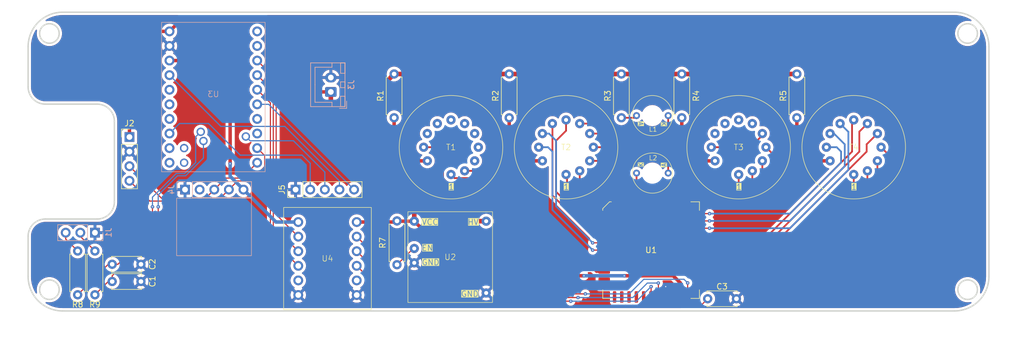
<source format=kicad_pcb>
(kicad_pcb (version 20241229) (generator "pcbnew") (generator_version "9.0")
  (title_block (title "IN-2 Nixie Clock") (company "StrangePlanet"))
  (layers (0 "F.Cu" signal) (2 "B.Cu" signal) (13 "F.Paste" user) (15 "B.Paste" user) (5 "F.SilkS" user "F.Silkscreen") (7 "B.SilkS" user "B.Silkscreen") (1 "F.Mask" user) (3 "B.Mask" user) (25 "Edge.Cuts" user))
  (net 0 "")
  (net 1 "/ROT_B")
  (net 2 "GND")
  (net 3 "/ROT_A")
  (net 4 "+5V")
  (net 5 "Net-(J1-Pin_2)")
  (net 6 "/SDA")
  (net 7 "/SCL")
  (net 8 "+3.3V")
  (net 9 "/BTN_4")
  (net 10 "/BTN_3")
  (net 11 "/BTN_1")
  (net 12 "/BTN_2")
  (net 13 "Net-(L1-A)")
  (net 14 "Net-(T1-A)")
  (net 15 "Net-(U2-HV)")
  (net 16 "Net-(T2-A)")
  (net 17 "Net-(T3-A)")
  (net 18 "Net-(T4-A)")
  (net 19 "Net-(U2-EN)")
  (net 31 "/NIXIE_DIN")
  (net 32 "/NIXIE_EN")
  (net 33 "/NIXIE_CLK")
  (net 45 "Net-(J1-Pin_3)")
  (net 55 "Net-(T4-K1)")
  (net 56 "Net-(T4-K3)")
  (net 57 "Net-(T4-K2)")
  (net 58 "Net-(T4-K4)")
  (net 59 "Net-(T4-K6)")
  (net 60 "Net-(T4-K5)")
  (net 61 "Net-(T4-K7)")
  (net 62 "Net-(T4-K8)")
  (net 63 "Net-(T4-K9)")
  (net 64 "Net-(T4-K0)")
  (net 65 "Net-(T3-K2)")
  (net 66 "Net-(T3-K3)")
  (net 67 "Net-(T3-K4)")
  (net 68 "Net-(T3-K0)")
  (net 69 "Net-(T3-K1)")
  (net 70 "Net-(T3-K5)")
  (net 71 "Net-(L2-K)")
  (net 72 "Net-(T2-K1)")
  (net 73 "Net-(T2-K6)")
  (net 74 "Net-(T2-K4)")
  (net 75 "Net-(T2-K2)")
  (net 76 "Net-(T2-K5)")
  (net 77 "Net-(T2-K3)")
  (net 78 "Net-(T2-K0)")
  (net 79 "Net-(T2-K8)")
  (net 80 "Net-(T2-K7)")
  (net 81 "Net-(T2-K9)")
  (net 82 "Net-(T1-K2)")
  (net 83 "Net-(T1-K1)")
  (net 84 "Net-(T1-K0)")
  (net 85 "Net-(L1-K)")
  (net 86 "Net-(U3-GPIO0)")
  (net 87 "Net-(U3-GPIO2)")
  (net 88 "Net-(U3-GPIO1)")
  (footprint "in-2-nixie:IN-2 Nixie Tube (w. pins)" (layer "F.Cu") (at 212.385001 71.625)
    (property "Reference" "T4")
    (property "Value" "IN-2")
  )
  (footprint "in-2-nixie:INS-1 Nixie Tube" (layer "F.Cu") (at 177.385001 66.125 -90)
    (property "Reference" "L1")
    (property "Value" "INS-1" (hide yes))
  )
  (footprint "Resistor_THT:R_Axial_DIN0207_L6.3mm_D2.5mm_P7.62mm_Horizontal" (layer "F.Cu") (at 77.5 97.31 90)
    (property "Reference" "R8")
    (property "Value" "20k")
  )
  (footprint "Resistor_THT:R_Axial_DIN0207_L6.3mm_D2.5mm_P7.62mm_Horizontal" (layer "F.Cu") (at 132.5 66.5 90)
    (property "Reference" "R1")
    (property "Value" "R")
  )
  (footprint "Resistor_THT:R_Axial_DIN0207_L6.3mm_D2.5mm_P7.62mm_Horizontal" (layer "F.Cu") (at 133 84.455 -90)
    (property "Reference" "R7")
    (property "Value" "10k")
  )
  (footprint "in-2-nixie:INS-1 Nixie Tube" (layer "F.Cu") (at 177.385001 76.125 90)
    (property "Reference" "L2")
    (property "Value" "INS-1")
  )
  (footprint "Resistor_THT:R_Axial_DIN0207_L6.3mm_D2.5mm_P7.62mm_Horizontal" (layer "F.Cu") (at 172 66.5 90)
    (property "Reference" "R3")
    (property "Value" "R")
  )
  (footprint "in-2-nixie:IN-2 Nixie Tube (w. pins)" (layer "F.Cu") (at 142.385001 71.625)
    (property "Reference" "T1")
    (property "Value" "IN-2")
  )
  (footprint "in-2-nixie:Adafruit Level Shifter" (layer "F.Cu") (at 120.92 91)
    (property "Reference" "U4")
    (property "Value" "Level Shifter")
  )
  (footprint "in-2-nixie:Neonwork Nixie Power Supply" (layer "F.Cu") (at 142.25 90.75)
    (property "Reference" "U2")
    (property "Value" "Nixie HVPS")
  )
  (footprint "Resistor_THT:R_Axial_DIN0207_L6.3mm_D2.5mm_P7.62mm_Horizontal" (layer "F.Cu") (at 152.5 66.5 90)
    (property "Reference" "R2")
    (property "Value" "R")
  )
  (footprint "Capacitor_THT:C_Disc_D5.0mm_W2.5mm_P5.00mm" (layer "F.Cu") (at 83.5 92)
    (property "Reference" "C2")
    (property "Value" "10n")
  )
  (footprint "Capacitor_THT:C_Disc_D5.0mm_W2.5mm_P5.00mm" (layer "F.Cu") (at 187 98)
    (property "Reference" "C3")
    (property "Value" "100n")
  )
  (footprint "in-2-nixie:PLCC-44 LongPads" (layer "F.Cu") (at 177.165 89.535)
    (property "Reference" "U1")
    (property "Value" "HV5222PJ")
  )
  (footprint "Resistor_THT:R_Axial_DIN0207_L6.3mm_D2.5mm_P7.62mm_Horizontal" (layer "F.Cu") (at 80.5 97.31 90)
    (property "Reference" "R9")
    (property "Value" "20k")
  )
  (footprint "Resistor_THT:R_Axial_DIN0207_L6.3mm_D2.5mm_P7.62mm_Horizontal" (layer "F.Cu") (at 182.5 66.5 90)
    (property "Reference" "R4")
    (property "Value" "R")
  )
  (footprint "in-2-nixie:IN-2 Nixie Tube (w. pins)" (layer "F.Cu") (at 192.385001 71.625)
    (property "Reference" "T3")
    (property "Value" "IN-2")
  )
  (footprint "Resistor_THT:R_Axial_DIN0207_L6.3mm_D2.5mm_P7.62mm_Horizontal" (layer "F.Cu") (at 202.5 66.5 90)
    (property "Reference" "R5")
    (property "Value" "R")
  )
  (footprint "Connector_PinHeader_2.54mm:PinHeader_1x04_P2.54mm_Vertical" (layer "F.Cu") (at 86.5 69.85)
    (property "Reference" "J2")
    (property "Value" "Matrix")
  )
  (footprint "Capacitor_THT:C_Disc_D5.0mm_W2.5mm_P5.00mm" (layer "F.Cu") (at 83.5 95)
    (property "Reference" "C1")
    (property "Value" "10n")
  )
  (footprint "Connector_PinHeader_2.54mm:PinHeader_1x05_P2.54mm_Vertical" (layer "F.Cu") (at 115.38 79 90)
    (property "Reference" "J5")
    (property "Value" "Buttons")
  )
  (footprint "in-2-nixie:IN-2 Nixie Tube (w. pins)" (layer "F.Cu") (at 162.385001 71.625)
    (property "Reference" "T2")
    (property "Value" "IN-2")
  )
  (footprint "in-2-nixie:ESP32-C6 SuperMini" (layer "B.Cu") (at 101.08 62.89 180)
    (property "Reference" "U3")
    (property "Value" "ESP32-C6")
  )
  (footprint "Connector_JST:JST_XH_B2B-XH-A_1x02_P2.50mm_Vertical" (layer "B.Cu") (at 121.5 62 90)
    (property "Reference" "J3")
    (property "Value" "Power")
  )
  (footprint "Connector_PinHeader_2.54mm:PinHeader_1x05_P2.54mm_Vertical" (layer "B.Cu") (at 96.16 79 -90)
    (property "Reference" "J4")
    (property "Value" "DS3231")
  )
  (footprint "Connector_PinHeader_2.54mm:PinHeader_1x03_P2.54mm_Vertical" (layer "B.Cu") (at 80.5 86.5 90)
    (property "Reference" "J1")
    (property "Value" "Encoder")
  )
  (gr_rect (start 94.7 80.5) (end 107.7 90.5) (stroke (width 0.1)) (fill no) (layer "B.SilkS"))
  (gr_circle (center 72.585001 51.825) (end 74.285001 51.825) (stroke (width 0.25)) (fill no) (layer "Edge.Cuts"))
  (gr_arc (start 68.885001 87.125001) (mid 69.763681 85.00368) (end 71.885002 84.125) (stroke (width 0.25)) (layer "Edge.Cuts"))
  (gr_line (start 68.885001 54.124999) (end 68.885001 61.124999) (stroke (width 0.25)) (layer "Edge.Cuts"))
  (gr_line (start 235.885001 94.125) (end 235.885001 54.125) (stroke (width 0.25)) (layer "Edge.Cuts"))
  (gr_arc (start 80.885 64.125) (mid 83.006321 65.00368) (end 83.885001 67.125002) (stroke (width 0.25)) (layer "Edge.Cuts"))
  (gr_arc (start 235.885001 94.125) (mid 234.127642 98.367641) (end 229.885001 100.125) (stroke (width 0.25)) (layer "Edge.Cuts"))
  (gr_circle (center 232.185001 96.425) (end 233.885001 96.425) (stroke (width 0.25)) (fill no) (layer "Edge.Cuts"))
  (gr_line (start 83.885001 67.125002) (end 83.885001 81.124999) (stroke (width 0.25)) (layer "Edge.Cuts"))
  (gr_circle (center 72.585001 96.425) (end 74.285001 96.425) (stroke (width 0.25)) (fill no) (layer "Edge.Cuts"))
  (gr_line (start 80.885 84.125) (end 71.885002 84.125) (stroke (width 0.25)) (layer "Edge.Cuts"))
  (gr_line (start 68.885001 87.125001) (end 68.885001 94.125001) (stroke (width 0.25)) (layer "Edge.Cuts"))
  (gr_arc (start 83.885001 81.124999) (mid 83.006321 83.246321) (end 80.885 84.125) (stroke (width 0.25)) (layer "Edge.Cuts"))
  (gr_arc (start 71.885002 64.125) (mid 69.76368 63.246321) (end 68.885001 61.124999) (stroke (width 0.25)) (layer "Edge.Cuts"))
  (gr_circle (center 232.185001 51.825) (end 233.885001 51.825) (stroke (width 0.25)) (fill no) (layer "Edge.Cuts"))
  (gr_arc (start 74.885 100.125) (mid 70.64236 98.367641) (end 68.885001 94.125001) (stroke (width 0.25)) (layer "Edge.Cuts"))
  (gr_line (start 74.885 100.125) (end 229.885001 100.125) (stroke (width 0.25)) (layer "Edge.Cuts"))
  (gr_line (start 229.885001 48.125) (end 74.885 48.125) (stroke (width 0.25)) (layer "Edge.Cuts"))
  (gr_arc (start 68.885001 54.124999) (mid 70.64236 49.88236) (end 74.885 48.125) (stroke (width 0.25)) (layer "Edge.Cuts"))
  (gr_arc (start 229.885001 48.125) (mid 234.127641 49.88236) (end 235.885001 54.125) (stroke (width 0.25)) (layer "Edge.Cuts"))
  (gr_line (start 71.885002 64.125) (end 80.885 64.125) (stroke (width 0.25)) (layer "Edge.Cuts"))
  (segment (start 80.5 97.31) (end 82.81 95) (width 0.2) (layer "F.Cu") (net 1))
  (segment (start 82.81 95) (end 83.5 95) (width 0.2) (layer "F.Cu") (net 1))
  (segment (start 91.5 82) (end 91.5 86) (width 0.2) (layer "F.Cu") (net 1))
  (segment (start 83.5 94) (end 83.5 95) (width 0.2) (layer "F.Cu") (net 1))
  (segment (start 91.5 86) (end 83.5 94) (width 0.2) (layer "F.Cu") (net 1))
  (via (at 91.5 82) (size 0.6) (drill 0.2) (layers "F.Cu" "B.Cu") (net 1))
  (segment (start 91.5 79.95) (end 91.5 82) (width 0.2) (layer "B.Cu") (net 1))
  (segment (start 96.257 76.601) (end 94.849 76.601) (width 0.2) (layer "B.Cu") (net 1))
  (segment (start 99.36 73.498) (end 96.257 76.601) (width 0.2) (layer "B.Cu") (net 1))
  (segment (start 94.849 76.601) (end 91.5 79.95) (width 0.2) (layer "B.Cu") (net 1))
  (segment (start 99.36 70.54) (end 99.36 73.498) (width 0.2) (layer "B.Cu") (net 1))
  (segment (start 179.685 95.905) (end 179.705 95.885) (width 0.8) (layer "F.Cu") (net 2))
  (segment (start 179.685 97.685) (end 179.685 95.905) (width 0.6) (layer "F.Cu") (net 2))
  (via (at 179.705 95.885) (size 0.6) (drill 0.2) (layers "F.Cu" "B.Cu") (net 2))
  (segment (start 77.5 97.31) (end 82.81 92) (width 0.2) (layer "F.Cu") (net 3))
  (segment (start 84.5 92) (end 83.5 92) (width 0.2) (layer "F.Cu") (net 3))
  (segment (start 90.5 86) (end 84.5 92) (width 0.2) (layer "F.Cu") (net 3))
  (segment (start 82.81 92) (end 83.5 92) (width 0.2) (layer "F.Cu") (net 3))
  (segment (start 90.5 82) (end 90.5 86) (width 0.2) (layer "F.Cu") (net 3))
  (via (at 90.5 82) (size 0.6) (drill 0.2) (layers "F.Cu" "B.Cu") (net 3))
  (segment (start 98.89 68.94) (end 98 69.83) (width 0.2) (layer "B.Cu") (net 3))
  (segment (start 90.5 80.315) (end 90.5 82) (width 0.2) (layer "B.Cu") (net 3))
  (segment (start 98 69.83) (end 98 74.2909) (width 0.2) (layer "B.Cu") (net 3))
  (segment (start 94.615 76.2) (end 90.5 80.315) (width 0.2) (layer "B.Cu") (net 3))
  (segment (start 98 74.2909) (end 96.0909 76.2) (width 0.2) (layer "B.Cu") (net 3))
  (segment (start 96.0909 76.2) (end 94.615 76.2) (width 0.2) (layer "B.Cu") (net 3))
  (segment (start 95.42 49.5) (end 110 49.5) (width 0.6) (layer "F.Cu") (net 4))
  (segment (start 121.5 68) (end 136 82.5) (width 0.8) (layer "F.Cu") (net 4))
  (segment (start 182.225 95.225) (end 182.225 97.685) (width 0.6) (layer "F.Cu") (net 4))
  (segment (start 121.5 62) (end 121.5 68) (width 0.8) (layer "F.Cu") (net 4))
  (segment (start 113 52.5) (end 113 58.5) (width 0.6) (layer "F.Cu") (net 4))
  (segment (start 138 86.5) (end 136 84.5) (width 0.6) (layer "F.Cu") (net 4))
  (segment (start 116.5 62) (end 121.5 62) (width 0.6) (layer "F.Cu") (net 4))
  (segment (start 186 99) (end 182.860001 99) (width 0.2) (layer "F.Cu") (net 4))
  (segment (start 91.54 51.46) (end 93.46 51.46) (width 0.6) (layer "F.Cu") (net 4))
  (segment (start 165.5 94) (end 155.5 94) (width 0.6) (layer "F.Cu") (net 4))
  (segment (start 182.860001 99) (end 182.245 98.384999) (width 0.2) (layer "F.Cu") (net 4))
  (segment (start 155.5 94) (end 148 86.5) (width 0.6) (layer "F.Cu") (net 4))
  (segment (start 93.46 51.46) (end 95.42 49.5) (width 0.6) (layer "F.Cu") (net 4))
  (segment (start 136 84.5) (end 133.045 84.5) (width 0.6) (layer "F.Cu") (net 4))
  (segment (start 133.045 84.5) (end 133 84.455) (width 0.6) (layer "F.Cu") (net 4))
  (segment (start 136 82.5) (end 136 84.5) (width 0.8) (layer "F.Cu") (net 4))
  (segment (start 172.5 94) (end 181 94) (width 0.6) (layer "F.Cu") (net 4))
  (segment (start 182.245 97.535) (end 180.975 97.535) (width 0.6) (layer "F.Cu") (net 4))
  (segment (start 132.805 84.65) (end 126 84.65) (width 0.6) (layer "F.Cu") (net 4))
  (segment (start 181 94) (end 182.225 95.225) (width 0.6) (layer "F.Cu") (net 4))
  (segment (start 86.5 69.85) (end 86.5 56.5) (width 0.6) (layer "F.Cu") (net 4))
  (segment (start 148 86.5) (end 138 86.5) (width 0.6) (layer "F.Cu") (net 4))
  (segment (start 182.245 98.384999) (end 182.245 97.535) (width 0.2) (layer "F.Cu") (net 4))
  (segment (start 133 84.455) (end 132.805 84.65) (width 0.6) (layer "F.Cu") (net 4))
  (segment (start 187 98) (end 186 99) (width 0.2) (layer "F.Cu") (net 4))
  (segment (start 86.5 56.5) (end 91.54 51.46) (width 0.6) (layer "F.Cu") (net 4))
  (segment (start 113 58.5) (end 116.5 62) (width 0.6) (layer "F.Cu") (net 4))
  (segment (start 110 49.5) (end 113 52.5) (width 0.6) (layer "F.Cu") (net 4))
  (via (at 172.5 94) (size 0.6) (drill 0.2) (layers "F.Cu" "B.Cu") (net 4))
  (via (at 165.5 94) (size 0.6) (drill 0.2) (layers "F.Cu" "B.Cu") (net 4))
  (segment (start 165.5 94) (end 172.5 94) (width 0.6) (layer "B.Cu") (net 4))
  (segment (start 80.5 89.69) (end 77.96 87.15) (width 0.2) (layer "F.Cu") (net 5))
  (segment (start 77.96 87.15) (end 77.96 86.5) (width 0.2) (layer "F.Cu") (net 5))
  (segment (start 86.5 77.47) (end 90.03 81) (width 0.2) (layer "F.Cu") (net 6))
  (segment (start 110 73.08) (end 108.7 71.78) (width 0.2) (layer "F.Cu") (net 6))
  (segment (start 86.39 77.5) (end 86.36 77.47) (width 0.2) (layer "F.Cu") (net 6))
  (segment (start 101.78 81) (end 103.78 79) (width 0.2) (layer "F.Cu") (net 6))
  (segment (start 103.78 79) (end 105.28 77.5) (width 0.2) (layer "F.Cu") (net 6))
  (segment (start 90.03 81) (end 101.78 81) (width 0.2) (layer "F.Cu") (net 6))
  (segment (start 107.5 77.5) (end 110 75) (width 0.2) (layer "F.Cu") (net 6))
  (segment (start 110 75) (end 110 73.08) (width 0.2) (layer "F.Cu") (net 6))
  (segment (start 105.28 77.5) (end 107.5 77.5) (width 0.2) (layer "F.Cu") (net 6))
  (segment (start 99.74 80.5) (end 101.24 79) (width 0.2) (layer "F.Cu") (net 7))
  (segment (start 92.07 80.5) (end 99.74 80.5) (width 0.2) (layer "F.Cu") (net 7))
  (segment (start 86.5 74.93) (end 92.07 80.5) (width 0.2) (layer "F.Cu") (net 7))
  (segment (start 101.24 79) (end 103.24 77) (width 0.2) (layer "F.Cu") (net 7))
  (segment (start 103.24 77) (end 106.02 77) (width 0.2) (layer "F.Cu") (net 7))
  (segment (start 106.02 77) (end 108.7 74.32) (width 0.2) (layer "F.Cu") (net 7))
  (segment (start 104 64.5) (end 96.04 56.54) (width 0.6) (layer "F.Cu") (net 8))
  (segment (start 104 74.5) (end 104 64.5) (width 0.6) (layer "F.Cu") (net 8))
  (segment (start 96.04 56.54) (end 93.46 56.54) (width 0.6) (layer "F.Cu") (net 8))
  (via (at 104 74.5) (size 0.6) (drill 0.2) (layers "F.Cu" "B.Cu") (net 8))
  (segment (start 106.32 79) (end 104 76.68) (width 0.6) (layer "B.Cu") (net 8))
  (segment (start 104 76.68) (end 104 74.5) (width 0.6) (layer "B.Cu") (net 8))
  (segment (start 115.84 84.65) (end 111.97 84.65) (width 0.6) (layer "B.Cu") (net 8))
  (segment (start 111.97 84.65) (end 106.32 79) (width 0.6) (layer "B.Cu") (net 8))
  (segment (start 93.46 69.24) (end 95.2 67.5) (width 0.2) (layer "B.Cu") (net 9))
  (segment (start 117.92 74.42) (end 117.92 79) (width 0.2) (layer "B.Cu") (net 9))
  (segment (start 105.75224 73) (end 116.5 73) (width 0.2) (layer "B.Cu") (net 9))
  (segment (start 95.2 67.5) (end 100.25224 67.5) (width 0.2) (layer "B.Cu") (net 9))
  (segment (start 116.5 73) (end 117.92 74.42) (width 0.2) (layer "B.Cu") (net 9))
  (segment (start 100.25224 67.5) (end 105.75224 73) (width 0.2) (layer "B.Cu") (net 9))
  (segment (start 120.46 75.96) (end 120.46 79) (width 0.2) (layer "B.Cu") (net 10))
  (segment (start 115 70.5) (end 120.46 75.96) (width 0.2) (layer "B.Cu") (net 10))
  (segment (start 106.73 69.76) (end 107.47 70.5) (width 0.2) (layer "B.Cu") (net 10))
  (segment (start 107.47 70.5) (end 115 70.5) (width 0.2) (layer "B.Cu") (net 10))
  (segment (start 110.7 64.16) (end 125.54 79) (width 0.2) (layer "B.Cu") (net 11))
  (segment (start 108.7 64.16) (end 110.7 64.16) (width 0.2) (layer "B.Cu") (net 11))
  (segment (start 102.38 68) (end 113.5 68) (width 0.2) (layer "B.Cu") (net 12))
  (segment (start 113.5 68) (end 123 77.5) (width 0.2) (layer "B.Cu") (net 12))
  (segment (start 93.46 59.08) (end 102.38 68) (width 0.2) (layer "B.Cu") (net 12))
  (segment (start 123 77.5) (end 123 79) (width 0.2) (layer "B.Cu") (net 12))
  (segment (start 172 66.5) (end 174.260001 66.5) (width 0.3) (layer "F.Cu") (net 13))
  (segment (start 174.260001 66.5) (end 174.635001 66.125) (width 0.3) (layer "F.Cu") (net 13))
  (segment (start 132.5 70.27) (end 132.5 66.5) (width 0.6) (layer "F.Cu") (net 14))
  (segment (start 136.23 74) (end 132.5 70.27) (width 0.6) (layer "F.Cu") (net 14))
  (segment (start 138.270001 74) (end 136.23 74) (width 0.6) (layer "F.Cu") (net 14))
  (segment (start 172 58.88) (end 152.5 58.88) (width 0.8) (layer "F.Cu") (net 15))
  (segment (start 182.5 58.88) (end 172 58.88) (width 0.8) (layer "F.Cu") (net 15))
  (segment (start 143.5 84.5) (end 130 71) (width 0.8) (layer "F.Cu") (net 15))
  (segment (start 130 61.38) (end 132.5 58.88) (width 0.8) (layer "F.Cu") (net 15))
  (segment (start 152.5 58.88) (end 132.5 58.88) (width 0.8) (layer "F.Cu") (net 15))
  (segment (start 130 71) (end 130 61.38) (width 0.8) (layer "F.Cu") (net 15))
  (segment (start 202.5 58.88) (end 182.5 58.88) (width 0.8) (layer "F.Cu") (net 15))
  (segment (start 148.5 84.5) (end 143.5 84.5) (width 0.8) (layer "F.Cu") (net 15))
  (segment (start 152.5 70.585) (end 152.5 66.5) (width 0.6) (layer "F.Cu") (net 16))
  (segment (start 158.270001 74) (end 155.915 74) (width 0.6) (layer "F.Cu") (net 16))
  (segment (start 155.915 74) (end 152.5 70.585) (width 0.6) (layer "F.Cu") (net 16))
  (segment (start 188.270001 74) (end 185.76 74) (width 0.6) (layer "F.Cu") (net 17))
  (segment (start 185.76 74) (end 182.5 70.74) (width 0.6) (layer "F.Cu") (net 17))
  (segment (start 182.5 70.74) (end 182.5 66.5) (width 0.6) (layer "F.Cu") (net 17))
  (segment (start 202.5 70.42) (end 202.5 66.5) (width 0.6) (layer "F.Cu") (net 18))
  (segment (start 206.08 74) (end 202.5 70.42) (width 0.6) (layer "F.Cu") (net 18))
  (segment (start 208.270001 74) (end 206.08 74) (width 0.6) (layer "F.Cu") (net 18))
  (segment (start 135.825 89.25) (end 136 89.25) (width 0.2) (layer "F.Cu") (net 19))
  (segment (start 133 92.075) (end 135.825 89.25) (width 0.2) (layer "F.Cu") (net 19))
  (segment (start 165.735 97.155) (end 154.505 97.155) (width 0.2) (layer "F.Cu") (net 31))
  (segment (start 151.35 94) (end 132.81 94) (width 0.2) (layer "F.Cu") (net 31))
  (segment (start 154.505 97.155) (end 151.35 94) (width 0.2) (layer "F.Cu") (net 31))
  (segment (start 132.81 94) (end 126 87.19) (width 0.2) (layer "F.Cu") (net 31))
  (segment (start 183.515 97.535) (end 183.515 95.25) (width 0.2) (layer "F.Cu") (net 31))
  (via (at 165.735 97.155) (size 0.6) (drill 0.2) (layers "F.Cu" "B.Cu") (net 31))
  (via (at 183.515 95.25) (size 0.6) (drill 0.2) (layers "F.Cu" "B.Cu") (net 31))
  (segment (start 165.735 97.155) (end 173.355 97.155) (width 0.2) (layer "B.Cu") (net 31))
  (segment (start 175.895 94.615) (end 182.88 94.615) (width 0.2) (layer "B.Cu") (net 31))
  (segment (start 173.355 97.155) (end 175.895 94.615) (width 0.2) (layer "B.Cu") (net 31))
  (segment (start 182.88 94.615) (end 183.515 95.25) (width 0.2) (layer "B.Cu") (net 31))
  (segment (start 163.195 98.425) (end 154 98.425) (width 0.2) (layer "F.Cu") (net 32))
  (segment (start 177.165 95.885) (end 177.165 97.535) (width 0.2) (layer "F.Cu") (net 32))
  (segment (start 128.73 95) (end 126 92.27) (width 0.2) (layer "F.Cu") (net 32))
  (segment (start 154 98.425) (end 150.575 95) (width 0.2) (layer "F.Cu") (net 32))
  (segment (start 150.575 95) (end 128.73 95) (width 0.2) (layer "F.Cu") (net 32))
  (via (at 163.195 98.425) (size 0.6) (drill 0.2) (layers "F.Cu" "B.Cu") (net 32))
  (via (at 177.165 95.885) (size 0.6) (drill 0.2) (layers "F.Cu" "B.Cu") (net 32))
  (segment (start 174.625 98.425) (end 177.165 95.885) (width 0.2) (layer "B.Cu") (net 32))
  (segment (start 163.195 98.425) (end 174.625 98.425) (width 0.2) (layer "B.Cu") (net 32))
  (segment (start 130.77 94.5) (end 126 89.73) (width 0.2) (layer "F.Cu") (net 33))
  (segment (start 151 94.5) (end 130.77 94.5) (width 0.2) (layer "F.Cu") (net 33))
  (segment (start 178.435 97.535) (end 178.435 95.288) (width 0.2) (layer "F.Cu") (net 33))
  (segment (start 164.465 97.79) (end 154.29 97.79) (width 0.2) (layer "F.Cu") (net 33))
  (segment (start 178.435 95.288) (end 178.416 95.269) (width 0.2) (layer "F.Cu") (net 33))
  (segment (start 154.29 97.79) (end 151 94.5) (width 0.2) (layer "F.Cu") (net 33))
  (via (at 178.416 95.269) (size 0.6) (drill 0.2) (layers "F.Cu" "B.Cu") (net 33))
  (via (at 164.465 97.79) (size 0.6) (drill 0.2) (layers "F.Cu" "B.Cu") (net 33))
  (segment (start 164.465 97.79) (end 173.99 97.79) (width 0.2) (layer "B.Cu") (net 33))
  (segment (start 176.511 95.269) (end 178.416 95.269) (width 0.2) (layer "B.Cu") (net 33))
  (segment (start 178.435 95.25) (end 178.416 95.269) (width 0.2) (layer "B.Cu") (net 33))
  (segment (start 173.99 97.79) (end 176.511 95.269) (width 0.2) (layer "B.Cu") (net 33))
  (segment (start 77.5 89.69) (end 75.42 87.61) (width 0.2) (layer "F.Cu") (net 45))
  (segment (start 75.42 87.61) (end 75.42 86.5) (width 0.2) (layer "F.Cu") (net 45))
  (segment (start 201.295 90.805) (end 212.385001 79.714999) (width 0.3) (layer "F.Cu") (net 55))
  (segment (start 212.385001 79.714999) (end 212.385001 76.375) (width 0.3) (layer "F.Cu") (net 55))
  (segment (start 185.165 90.805) (end 201.295 90.805) (width 0.3) (layer "F.Cu") (net 55))
  (segment (start 216.500001 78.139999) (end 216.500001 74) (width 0.3) (layer "F.Cu") (net 56))
  (segment (start 185.165 93.345) (end 186.69 93.345) (width 0.3) (layer "F.Cu") (net 56))
  (segment (start 186.69 93.345) (end 187.96 92.075) (width 0.3) (layer "F.Cu") (net 56))
  (segment (start 202.565 92.075) (end 216.500001 78.139999) (width 0.3) (layer "F.Cu") (net 56))
  (segment (start 187.96 92.075) (end 202.565 92.075) (width 0.3) (layer "F.Cu") (net 56))
  (segment (start 201.93 91.44) (end 214.760001 78.609999) (width 0.3) (layer "F.Cu") (net 57))
  (segment (start 186.69 92.075) (end 187.325 91.44) (width 0.3) (layer "F.Cu") (net 57))
  (segment (start 214.760001 78.609999) (end 214.760001 75.74) (width 0.3) (layer "F.Cu") (net 57))
  (segment (start 185.165 92.075) (end 186.69 92.075) (width 0.3) (layer "F.Cu") (net 57))
  (segment (start 187.325 91.44) (end 201.93 91.44) (width 0.3) (layer "F.Cu") (net 57))
  (segment (start 218.135001 77.774999) (end 218.135001 72.625) (width 0.3) (layer "F.Cu") (net 58))
  (segment (start 218.135001 72.625) (end 217.135001 71.625) (width 0.3) (layer "F.Cu") (net 58))
  (segment (start 185.165 94.615) (end 186.69 94.615) (width 0.3) (layer "F.Cu") (net 58))
  (segment (start 186.69 94.615) (end 188.595 92.71) (width 0.3) (layer "F.Cu") (net 58))
  (segment (start 188.595 92.71) (end 203.2 92.71) (width 0.3) (layer "F.Cu") (net 58))
  (segment (start 203.2 92.71) (end 218.135001 77.774999) (width 0.3) (layer "F.Cu") (net 58))
  (segment (start 187.96 89.535) (end 196.215 89.535) (width 0.3) (layer "F.Cu") (net 59))
  (segment (start 186.69 88.265) (end 187.96 89.535) (width 0.3) (layer "F.Cu") (net 59))
  (segment (start 185.165 88.265) (end 186.69 88.265) (width 0.3) (layer "F.Cu") (net 59))
  (segment (start 213.36 68.910001) (end 214.760001 67.51) (width 0.3) (layer "F.Cu") (net 59))
  (segment (start 196.215 89.535) (end 213.36 72.39) (width 0.3) (layer "F.Cu") (net 59))
  (segment (start 213.36 72.39) (end 213.36 68.910001) (width 0.3) (layer "F.Cu") (net 59))
  (segment (start 196.85 90.17) (end 214.63 72.39) (width 0.3) (layer "F.Cu") (net 60))
  (segment (start 185.165 89.535) (end 186.88 89.535) (width 0.3) (layer "F.Cu") (net 60))
  (segment (start 214.63 72.39) (end 214.63 71.120001) (width 0.3) (layer "F.Cu") (net 60))
  (segment (start 214.63 71.120001) (end 216.500001 69.25) (width 0.3) (layer "F.Cu") (net 60))
  (segment (start 186.88 89.535) (end 187.515 90.17) (width 0.3) (layer "F.Cu") (net 60))
  (segment (start 187.515 90.17) (end 196.85 90.17) (width 0.3) (layer "F.Cu") (net 60))
  (segment (start 185.165 86.995) (end 186.69 86.995) (width 0.3) (layer "F.Cu") (net 61))
  (segment (start 195.58 88.9) (end 212.09 72.39) (width 0.3) (layer "F.Cu") (net 61))
  (segment (start 212.09 72.39) (end 212.09 67.170001) (width 0.3) (layer "F.Cu") (net 61))
  (segment (start 188.595 88.9) (end 195.58 88.9) (width 0.3) (layer "F.Cu") (net 61))
  (segment (start 212.09 67.170001) (end 212.385001 66.875) (width 0.3) (layer "F.Cu") (net 61))
  (segment (start 186.69 86.995) (end 188.595 88.9) (width 0.3) (layer "F.Cu") (net 61))
  (segment (start 187.325 85.725) (end 185.165 85.725) (width 0.2) (layer "F.Cu") (net 62))
  (via (at 187.325 85.725) (size 0.6) (drill 0.2) (layers "F.Cu" "B.Cu") (net 62))
  (segment (start 187.325 85.725) (end 201.295 85.725) (width 0.3) (layer "B.Cu") (net 62))
  (segment (start 211.455 75.565) (end 211.455 68.954999) (width 0.3) (layer "B.Cu") (net 62))
  (segment (start 211.455 68.954999) (end 210.010001 67.51) (width 0.3) (layer "B.Cu") (net 62))
  (segment (start 201.295 85.725) (end 211.455 75.565) (width 0.3) (layer "B.Cu") (net 62))
  (segment (start 185.165 84.455) (end 187.325 84.455) (width 0.2) (layer "F.Cu") (net 63))
  (via (at 187.325 84.455) (size 0.6) (drill 0.2) (layers "F.Cu" "B.Cu") (net 63))
  (segment (start 187.325 84.455) (end 201.295 84.455) (width 0.3) (layer "B.Cu") (net 63))
  (segment (start 208.95 69.25) (end 208.270001 69.25) (width 0.3) (layer "B.Cu") (net 63))
  (segment (start 210.82 71.12) (end 208.95 69.25) (width 0.3) (layer "B.Cu") (net 63))
  (segment (start 210.82 74.93) (end 210.82 71.12) (width 0.3) (layer "B.Cu") (net 63))
  (segment (start 201.295 84.455) (end 210.82 74.93) (width 0.3) (layer "B.Cu") (net 63))
  (segment (start 187.325 83.185) (end 185.165 83.185) (width 0.2) (layer "F.Cu") (net 64))
  (via (at 187.325 83.185) (size 0.6) (drill 0.2) (layers "F.Cu" "B.Cu") (net 64))
  (segment (start 209.42 71.625) (end 207.635001 71.625) (width 0.3) (layer "B.Cu") (net 64))
  (segment (start 210.185 74.295) (end 210.185 72.39) (width 0.3) (layer "B.Cu") (net 64))
  (segment (start 201.295 83.185) (end 210.185 74.295) (width 0.3) (layer "B.Cu") (net 64))
  (segment (start 210.185 72.39) (end 209.42 71.625) (width 0.3) (layer "B.Cu") (net 64))
  (segment (start 187.325 83.185) (end 201.295 83.185) (width 0.3) (layer "B.Cu") (net 64))
  (segment (start 194.760001 77.654999) (end 194.760001 75.74) (width 0.3) (layer "F.Cu") (net 65))
  (segment (start 180.975 80.01) (end 181.61 79.375) (width 0.3) (layer "F.Cu") (net 65))
  (segment (start 180.975 81.535) (end 180.975 80.01) (width 0.3) (layer "F.Cu") (net 65))
  (segment (start 181.61 79.375) (end 193.04 79.375) (width 0.3) (layer "F.Cu") (net 65))
  (segment (start 193.04 79.375) (end 194.760001 77.654999) (width 0.3) (layer "F.Cu") (net 65))
  (segment (start 193.675 80.01) (end 196.500001 77.184999) (width 0.3) (layer "F.Cu") (net 66))
  (segment (start 182.88 80.01) (end 193.675 80.01) (width 0.3) (layer "F.Cu") (net 66))
  (segment (start 182.245 81.535) (end 182.245 80.645) (width 0.3) (layer "F.Cu") (net 66))
  (segment (start 182.245 80.645) (end 182.88 80.01) (width 0.3) (layer "F.Cu") (net 66))
  (segment (start 196.500001 77.184999) (end 196.500001 74) (width 0.3) (layer "F.Cu") (net 66))
  (segment (start 198.12 72.609999) (end 197.135001 71.625) (width 0.3) (layer "F.Cu") (net 67))
  (segment (start 194.31 80.645) (end 198.12 76.835) (width 0.3) (layer "F.Cu") (net 67))
  (segment (start 184.405 80.645) (end 194.31 80.645) (width 0.3) (layer "F.Cu") (net 67))
  (segment (start 183.515 81.535) (end 184.405 80.645) (width 0.3) (layer "F.Cu") (net 67))
  (segment (start 198.12 76.835) (end 198.12 72.609999) (width 0.3) (layer "F.Cu") (net 67))
  (segment (start 189.1 71.625) (end 187.635001 71.625) (width 0.3) (layer "F.Cu") (net 68))
  (segment (start 190.5 73.025) (end 189.1 71.625) (width 0.3) (layer "F.Cu") (net 68))
  (segment (start 177.165 80.36145) (end 180.05645 77.47) (width 0.3) (layer "F.Cu") (net 68))
  (segment (start 187.325 77.47) (end 190.5 74.295) (width 0.3) (layer "F.Cu") (net 68))
  (segment (start 180.05645 77.47) (end 187.325 77.47) (width 0.3) (layer "F.Cu") (net 68))
  (segment (start 177.165 81.535) (end 177.165 80.36145) (width 0.3) (layer "F.Cu") (net 68))
  (segment (start 190.5 74.295) (end 190.5 73.025) (width 0.3) (layer "F.Cu") (net 68))
  (segment (start 180.975 78.74) (end 179.705 80.01) (width 0.3) (layer "F.Cu") (net 69))
  (segment (start 179.705 80.01) (end 179.705 81.535) (width 0.3) (layer "F.Cu") (net 69))
  (segment (start 192.385001 76.375) (end 192.385001 78.124999) (width 0.3) (layer "F.Cu") (net 69))
  (segment (start 191.77 78.74) (end 180.975 78.74) (width 0.3) (layer "F.Cu") (net 69))
  (segment (start 192.385001 78.124999) (end 191.77 78.74) (width 0.3) (layer "F.Cu") (net 69))
  (segment (start 196.500001 69.564999) (end 196.500001 69.25) (width 0.3) (layer "F.Cu") (net 70))
  (segment (start 180.34 78.105) (end 187.96 78.105) (width 0.3) (layer "F.Cu") (net 70))
  (segment (start 187.96 78.105) (end 196.500001 69.564999) (width 0.3) (layer "F.Cu") (net 70))
  (segment (start 178.435 80.01) (end 180.34 78.105) (width 0.3) (layer "F.Cu") (net 70))
  (segment (start 178.435 81.535) (end 178.435 80.01) (width 0.3) (layer "F.Cu") (net 70))
  (segment (start 175.895 78.74) (end 174.635001 77.480001) (width 0.3) (layer "F.Cu") (net 71))
  (segment (start 175.895 81.535) (end 175.895 78.74) (width 0.3) (layer "F.Cu") (net 71))
  (segment (start 174.635001 77.480001) (end 174.635001 76.125) (width 0.3) (layer "F.Cu") (net 71))
  (segment (start 162.56 76.549999) (end 162.385001 76.375) (width 0.3) (layer "F.Cu") (net 72))
  (segment (start 162.56 80.01) (end 162.56 76.549999) (width 0.3) (layer "F.Cu") (net 72))
  (segment (start 169.165 84.455) (end 167.005 84.455) (width 0.3) (layer "F.Cu") (net 72))
  (segment (start 167.005 84.455) (end 162.56 80.01) (width 0.3) (layer "F.Cu") (net 72))
  (segment (start 169.11 67.51) (end 164.760001 67.51) (width 0.3) (layer "F.Cu") (net 73))
  (segment (start 173.355 71.755) (end 169.11 67.51) (width 0.3) (layer "F.Cu") (net 73))
  (segment (start 173.355 78.74) (end 173.355 71.755) (width 0.3) (layer "F.Cu") (net 73))
  (segment (start 174.625 80.01) (end 173.355 78.74) (width 0.3) (layer "F.Cu") (net 73))
  (segment (start 174.625 81.535) (end 174.625 80.01) (width 0.3) (layer "F.Cu") (net 73))
  (segment (start 170.685 71.625) (end 167.135001 71.625) (width 0.3) (layer "F.Cu") (net 74))
  (segment (start 172.085 81.535) (end 172.085 73.025) (width 0.3) (layer "F.Cu") (net 74))
  (segment (start 172.085 73.025) (end 170.685 71.625) (width 0.3) (layer "F.Cu") (net 74))
  (segment (start 164.760001 80.940001) (end 164.760001 75.74) (width 0.3) (layer "F.Cu") (net 75))
  (segment (start 169.165 83.185) (end 167.005 83.185) (width 0.3) (layer "F.Cu") (net 75))
  (segment (start 167.005 83.185) (end 164.760001 80.940001) (width 0.3) (layer "F.Cu") (net 75))
  (segment (start 173.355 81.535) (end 173.355 80.01) (width 0.3) (layer "F.Cu") (net 76))
  (segment (start 172.72 72.39) (end 169.58 69.25) (width 0.3) (layer "F.Cu") (net 76))
  (segment (start 169.58 69.25) (end 166.500001 69.25) (width 0.3) (layer "F.Cu") (net 76))
  (segment (start 173.355 80.01) (end 172.72 79.375) (width 0.3) (layer "F.Cu") (net 76))
  (segment (start 172.72 79.375) (end 172.72 72.39) (width 0.3) (layer "F.Cu") (net 76))
  (segment (start 170.815 80.3275) (end 171.45 79.6925) (width 0.3) (layer "F.Cu") (net 77))
  (segment (start 171.45 75.565) (end 169.885 74) (width 0.3) (layer "F.Cu") (net 77))
  (segment (start 171.45 79.6925) (end 171.45 75.565) (width 0.3) (layer "F.Cu") (net 77))
  (segment (start 170.815 81.535) (end 170.815 80.3275) (width 0.3) (layer "F.Cu") (net 77))
  (segment (start 169.885 74) (end 166.500001 74) (width 0.3) (layer "F.Cu") (net 77))
  (segment (start 169.165 89.535) (end 167.005 89.535) (width 0.2) (layer "F.Cu") (net 78))
  (via (at 167.005 89.535) (size 0.6) (drill 0.2) (layers "F.Cu" "B.Cu") (net 78))
  (segment (start 160.02 82.55) (end 160.02 72.39) (width 0.3) (layer "B.Cu") (net 78))
  (segment (start 160.02 72.39) (end 159.255 71.625) (width 0.3) (layer "B.Cu") (net 78))
  (segment (start 167.005 89.535) (end 160.02 82.55) (width 0.3) (layer "B.Cu") (net 78))
  (segment (start 159.255 71.625) (end 157.635001 71.625) (width 0.3) (layer "B.Cu") (net 78))
  (segment (start 160.02 67.519999) (end 160.010001 67.51) (width 0.3) (layer "F.Cu") (net 79))
  (segment (start 169.165 86.995) (end 167.005 86.995) (width 0.3) (layer "F.Cu") (net 79))
  (segment (start 167.005 86.995) (end 160.02 80.01) (width 0.3) (layer "F.Cu") (net 79))
  (segment (start 160.02 80.01) (end 160.02 67.519999) (width 0.3) (layer "F.Cu") (net 79))
  (segment (start 162.385001 68.754999) (end 162.385001 66.875) (width 0.3) (layer "F.Cu") (net 80))
  (segment (start 169.165 85.725) (end 167.005 85.725) (width 0.3) (layer "F.Cu") (net 80))
  (segment (start 160.655 79.375) (end 160.655 70.485) (width 0.3) (layer "F.Cu") (net 80))
  (segment (start 160.655 70.485) (end 162.385001 68.754999) (width 0.3) (layer "F.Cu") (net 80))
  (segment (start 167.005 85.725) (end 160.655 79.375) (width 0.3) (layer "F.Cu") (net 80))
  (segment (start 169.165 88.265) (end 167.005 88.265) (width 0.2) (layer "F.Cu") (net 81))
  (via (at 167.005 88.265) (size 0.6) (drill 0.2) (layers "F.Cu" "B.Cu") (net 81))
  (segment (start 160.655 81.915) (end 160.655 70.485) (width 0.3) (layer "B.Cu") (net 81))
  (segment (start 167.005 88.265) (end 160.655 81.915) (width 0.3) (layer "B.Cu") (net 81))
  (segment (start 159.42 69.25) (end 160.655 70.485) (width 0.3) (layer "B.Cu") (net 81))
  (segment (start 158.270001 69.25) (end 159.42 69.25) (width 0.3) (layer "B.Cu") (net 81))
  (segment (start 167.1325 91.44) (end 163.44 91.44) (width 0.3) (layer "F.Cu") (net 82))
  (segment (start 169.165 90.805) (end 167.7675 90.805) (width 0.3) (layer "F.Cu") (net 82))
  (segment (start 163.44 91.44) (end 147.74 75.74) (width 0.3) (layer "F.Cu") (net 82))
  (segment (start 167.7675 90.805) (end 167.1325 91.44) (width 0.3) (layer "F.Cu") (net 82))
  (segment (start 147.74 75.74) (end 144.760001 75.74) (width 0.3) (layer "F.Cu") (net 82))
  (segment (start 143.010001 77) (end 142.385001 76.375) (width 0.3) (layer "F.Cu") (net 83))
  (segment (start 169.165 92.075) (end 163.075 92.075) (width 0.3) (layer "F.Cu") (net 83))
  (segment (start 148 77) (end 143.010001 77) (width 0.3) (layer "F.Cu") (net 83))
  (segment (start 163.075 92.075) (end 148 77) (width 0.3) (layer "F.Cu") (net 83))
  (segment (start 169.165 93.345) (end 167.64 93.345) (width 0.3) (layer "F.Cu") (net 84))
  (segment (start 167.005 92.71) (end 162.71 92.71) (width 0.3) (layer "F.Cu") (net 84))
  (segment (start 142 78) (end 141 77) (width 0.3) (layer "F.Cu") (net 84))
  (segment (start 139.625 71.625) (end 137.635001 71.625) (width 0.3) (layer "F.Cu") (net 84))
  (segment (start 141 77) (end 141 73) (width 0.3) (layer "F.Cu") (net 84))
  (segment (start 148 78) (end 142 78) (width 0.3) (layer "F.Cu") (net 84))
  (segment (start 141 73) (end 139.625 71.625) (width 0.3) (layer "F.Cu") (net 84))
  (segment (start 167.64 93.345) (end 167.005 92.71) (width 0.3) (layer "F.Cu") (net 84))
  (segment (start 162.71 92.71) (end 148 78) (width 0.3) (layer "F.Cu") (net 84))
  (segment (start 180.135001 76.134131) (end 180.135001 76.125) (width 0.2) (layer "F.Cu") (net 85))
  (segment (start 180.135001 76.125) (end 180.135001 66.125) (width 0.3) (layer "F.Cu") (net 85))
  (segment (start 108.7 56.54) (end 112 59.84) (width 0.2) (layer "F.Cu") (net 86))
  (segment (start 112 83.35) (end 115.84 87.19) (width 0.2) (layer "F.Cu") (net 86))
  (segment (start 112 59.84) (end 112 83.35) (width 0.2) (layer "F.Cu") (net 86))
  (segment (start 111 63.92) (end 111 87.43) (width 0.2) (layer "F.Cu") (net 87))
  (segment (start 111 87.43) (end 115.84 92.27) (width 0.2) (layer "F.Cu") (net 87))
  (segment (start 108.7 61.62) (end 111 63.92) (width 0.2) (layer "F.Cu") (net 87))
  (segment (start 115.84 89.73) (end 111.5 85.39) (width 0.2) (layer "F.Cu") (net 88))
  (segment (start 111.5 85.39) (end 111.5 61.88) (width 0.2) (layer "F.Cu") (net 88))
  (segment (start 111.5 61.88) (end 108.7 59.08) (width 0.2) (layer "F.Cu") (net 88))
  (zone (net 2) (net_name "GND") (layers "F.Cu" "B.Cu") (connect_pads thru_hole_only (clearance 0.5)) (min_thickness 0.25) (fill yes (thermal_gap 0.5) (thermal_bridge_width 0.5))
    (polygon (pts (xy 66 46) (xy 238.5 46) (xy 242 49.5) (xy 242 105) (xy 64.5 105) (xy 64 104.5) (xy 64 48)))
  )
)
</source>
